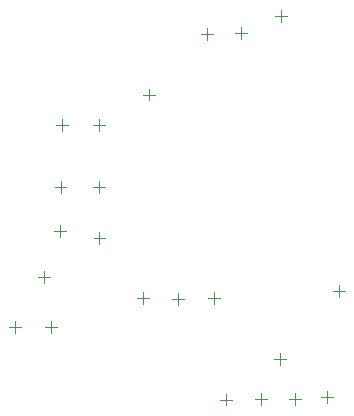
<source format=gbr>
%TF.GenerationSoftware,Altium Limited,Altium Designer,21.2.0 (30)*%
G04 Layer_Color=0*
%FSLAX45Y45*%
%MOMM*%
%TF.SameCoordinates,6E67B6D2-48A1-4C3A-8D5B-8FB38F647B41*%
%TF.FilePolarity,Positive*%
%TF.FileFunction,Other,Top_Component_Center*%
%TF.Part,Single*%
G01*
G75*
%TA.AperFunction,NonConductor*%
%ADD65C,0.10000*%
D65*
X2890610Y3675385D02*
Y3775385D01*
X2840611Y3725385D02*
X2940610D01*
X2212960Y3574747D02*
X2312960D01*
X2262960Y3524747D02*
Y3624747D01*
X2546236Y3529381D02*
Y3629380D01*
X2496236Y3579380D02*
X2596236D01*
X1717500Y3060000D02*
X1817500D01*
X1767500Y3010000D02*
Y3110000D01*
X1295000Y2804801D02*
X1395000D01*
X1345000Y2754801D02*
Y2854800D01*
X980748Y2801569D02*
X1080748D01*
X1030748Y2751569D02*
Y2851569D01*
X1298515Y2278054D02*
X1398515D01*
X1348515Y2228054D02*
Y2328054D01*
X971232Y2278716D02*
X1071232D01*
X1021232Y2228716D02*
Y2328716D01*
X969378Y1908123D02*
X1069378D01*
X1019378Y1858123D02*
Y1958123D01*
X1300454Y1842648D02*
X1400454D01*
X1350454Y1792648D02*
Y1892648D01*
X830000Y1517500D02*
X930000D01*
X880000Y1467500D02*
Y1567500D01*
X585000Y1090000D02*
X685000D01*
X635000Y1040000D02*
Y1140000D01*
X892500Y1090000D02*
X992500D01*
X942500Y1040000D02*
Y1140000D01*
X1670000Y1337500D02*
X1770000D01*
X1720000Y1287500D02*
Y1387500D01*
X1965000Y1332500D02*
X2065000D01*
X2015000Y1282500D02*
Y1382500D01*
X2267500Y1334801D02*
X2367500D01*
X2317500Y1284801D02*
Y1384801D01*
X3330000Y1397500D02*
X3430000D01*
X3380000Y1347500D02*
Y1447500D01*
X2830000Y821638D02*
X2930000D01*
X2880000Y771639D02*
Y871638D01*
X3005000Y435000D02*
Y535000D01*
X2955000Y485000D02*
X3055000D01*
X3225000Y497500D02*
X3325000D01*
X3275000Y447500D02*
Y547500D01*
X2717500Y430000D02*
Y530000D01*
X2667500Y480000D02*
X2767500D01*
X2425000Y427500D02*
Y527500D01*
X2375000Y477500D02*
X2475000D01*
%TF.MD5,2f7d4f73ac15bdecca9215ca8c0d3fec*%
M02*

</source>
